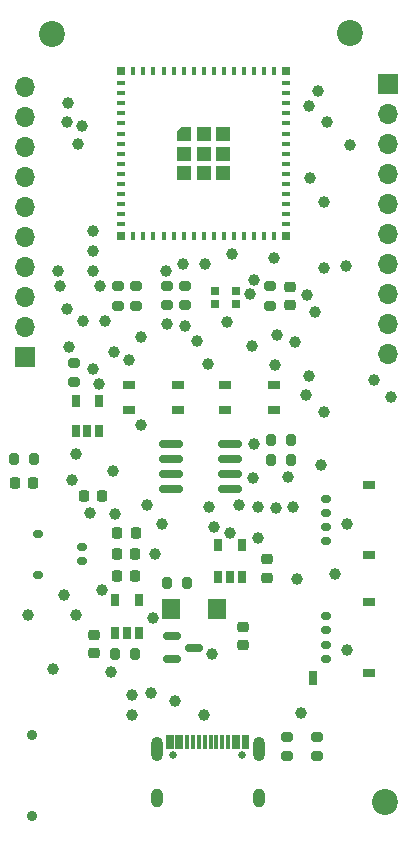
<source format=gbr>
%TF.GenerationSoftware,KiCad,Pcbnew,8.0.5-1.fc40*%
%TF.CreationDate,2024-10-05T09:08:47-05:00*%
%TF.ProjectId,PCB_ESP32,5043425f-4553-4503-9332-2e6b69636164,rev?*%
%TF.SameCoordinates,Original*%
%TF.FileFunction,Soldermask,Top*%
%TF.FilePolarity,Negative*%
%FSLAX46Y46*%
G04 Gerber Fmt 4.6, Leading zero omitted, Abs format (unit mm)*
G04 Created by KiCad (PCBNEW 8.0.5-1.fc40) date 2024-10-05 09:08:47*
%MOMM*%
%LPD*%
G01*
G04 APERTURE LIST*
G04 Aperture macros list*
%AMRoundRect*
0 Rectangle with rounded corners*
0 $1 Rounding radius*
0 $2 $3 $4 $5 $6 $7 $8 $9 X,Y pos of 4 corners*
0 Add a 4 corners polygon primitive as box body*
4,1,4,$2,$3,$4,$5,$6,$7,$8,$9,$2,$3,0*
0 Add four circle primitives for the rounded corners*
1,1,$1+$1,$2,$3*
1,1,$1+$1,$4,$5*
1,1,$1+$1,$6,$7*
1,1,$1+$1,$8,$9*
0 Add four rect primitives between the rounded corners*
20,1,$1+$1,$2,$3,$4,$5,0*
20,1,$1+$1,$4,$5,$6,$7,0*
20,1,$1+$1,$6,$7,$8,$9,0*
20,1,$1+$1,$8,$9,$2,$3,0*%
%AMOutline5P*
0 Free polygon, 5 corners , with rotation*
0 The origin of the aperture is its center*
0 number of corners: always 5*
0 $1 to $10 corner X, Y*
0 $11 Rotation angle, in degrees counterclockwise*
0 create outline with 5 corners*
4,1,5,$1,$2,$3,$4,$5,$6,$7,$8,$9,$10,$1,$2,$11*%
%AMOutline6P*
0 Free polygon, 6 corners , with rotation*
0 The origin of the aperture is its center*
0 number of corners: always 6*
0 $1 to $12 corner X, Y*
0 $13 Rotation angle, in degrees counterclockwise*
0 create outline with 6 corners*
4,1,6,$1,$2,$3,$4,$5,$6,$7,$8,$9,$10,$11,$12,$1,$2,$13*%
%AMOutline7P*
0 Free polygon, 7 corners , with rotation*
0 The origin of the aperture is its center*
0 number of corners: always 7*
0 $1 to $14 corner X, Y*
0 $15 Rotation angle, in degrees counterclockwise*
0 create outline with 7 corners*
4,1,7,$1,$2,$3,$4,$5,$6,$7,$8,$9,$10,$11,$12,$13,$14,$1,$2,$15*%
%AMOutline8P*
0 Free polygon, 8 corners , with rotation*
0 The origin of the aperture is its center*
0 number of corners: always 8*
0 $1 to $16 corner X, Y*
0 $17 Rotation angle, in degrees counterclockwise*
0 create outline with 8 corners*
4,1,8,$1,$2,$3,$4,$5,$6,$7,$8,$9,$10,$11,$12,$13,$14,$15,$16,$1,$2,$17*%
G04 Aperture macros list end*
%ADD10RoundRect,0.200000X-0.275000X0.200000X-0.275000X-0.200000X0.275000X-0.200000X0.275000X0.200000X0*%
%ADD11RoundRect,0.200000X0.275000X-0.200000X0.275000X0.200000X-0.275000X0.200000X-0.275000X-0.200000X0*%
%ADD12RoundRect,0.200000X-0.200000X-0.275000X0.200000X-0.275000X0.200000X0.275000X-0.200000X0.275000X0*%
%ADD13RoundRect,0.225000X0.250000X-0.225000X0.250000X0.225000X-0.250000X0.225000X-0.250000X-0.225000X0*%
%ADD14RoundRect,0.150000X-0.825000X-0.150000X0.825000X-0.150000X0.825000X0.150000X-0.825000X0.150000X0*%
%ADD15RoundRect,0.225000X-0.250000X0.225000X-0.250000X-0.225000X0.250000X-0.225000X0.250000X0.225000X0*%
%ADD16RoundRect,0.150000X0.275000X-0.150000X0.275000X0.150000X-0.275000X0.150000X-0.275000X-0.150000X0*%
%ADD17RoundRect,0.187500X0.362500X-0.187500X0.362500X0.187500X-0.362500X0.187500X-0.362500X-0.187500X0*%
%ADD18RoundRect,0.200000X0.200000X0.275000X-0.200000X0.275000X-0.200000X-0.275000X0.200000X-0.275000X0*%
%ADD19C,2.200000*%
%ADD20RoundRect,0.225000X0.225000X0.250000X-0.225000X0.250000X-0.225000X-0.250000X0.225000X-0.250000X0*%
%ADD21R,0.700000X0.700000*%
%ADD22R,0.700000X1.000000*%
%ADD23R,1.050000X0.650000*%
%ADD24RoundRect,0.175000X-0.225000X0.175000X-0.225000X-0.175000X0.225000X-0.175000X0.225000X0.175000X0*%
%ADD25RoundRect,0.150000X-0.275000X0.150000X-0.275000X-0.150000X0.275000X-0.150000X0.275000X0.150000X0*%
%ADD26R,1.555000X1.670000*%
%ADD27RoundRect,0.218750X0.218750X0.256250X-0.218750X0.256250X-0.218750X-0.256250X0.218750X-0.256250X0*%
%ADD28C,0.650000*%
%ADD29R,0.300000X1.150000*%
%ADD30O,1.000000X2.100000*%
%ADD31O,1.000000X1.600000*%
%ADD32RoundRect,0.150000X-0.587500X-0.150000X0.587500X-0.150000X0.587500X0.150000X-0.587500X0.150000X0*%
%ADD33R,0.800000X0.400000*%
%ADD34R,0.400000X0.800000*%
%ADD35Outline5P,-0.600000X0.204000X-0.204000X0.600000X0.600000X0.600000X0.600000X-0.600000X-0.600000X-0.600000X0.000000*%
%ADD36R,1.200000X1.200000*%
%ADD37R,0.800000X0.800000*%
%ADD38R,1.700000X1.700000*%
%ADD39O,1.700000X1.700000*%
%ADD40C,0.900000*%
%ADD41R,0.800000X1.200000*%
%ADD42C,1.000000*%
G04 APERTURE END LIST*
D10*
%TO.C,R10*%
X146740000Y-93200000D03*
X146740000Y-94850000D03*
%TD*%
D11*
%TO.C,R4*%
X159480000Y-133025000D03*
X159480000Y-131375000D03*
%TD*%
D12*
%TO.C,R2*%
X149355000Y-118320000D03*
X151005000Y-118320000D03*
%TD*%
D13*
%TO.C,C9*%
X159800000Y-94805000D03*
X159800000Y-93255000D03*
%TD*%
D14*
%TO.C,U4*%
X149705000Y-106615000D03*
X149705000Y-107885000D03*
X149705000Y-109155000D03*
X149705000Y-110425000D03*
X154655000Y-110425000D03*
X154655000Y-109155000D03*
X154655000Y-107885000D03*
X154655000Y-106615000D03*
%TD*%
D11*
%TO.C,R9*%
X145190000Y-94850000D03*
X145190000Y-93200000D03*
%TD*%
D15*
%TO.C,C7*%
X155780000Y-122045000D03*
X155780000Y-123595000D03*
%TD*%
D16*
%TO.C,J5*%
X162830000Y-124750000D03*
X162830000Y-123550000D03*
X162830000Y-122350000D03*
X162830000Y-121150000D03*
D17*
X166455000Y-125925000D03*
X166455000Y-119975000D03*
%TD*%
D15*
%TO.C,C6*%
X157780000Y-116345000D03*
X157780000Y-117895000D03*
%TD*%
D18*
%TO.C,R13*%
X138077500Y-107840000D03*
X136427500Y-107840000D03*
%TD*%
D19*
%TO.C,REF\u002A\u002A*%
X167790000Y-136870000D03*
%TD*%
D18*
%TO.C,R6*%
X159830000Y-107940000D03*
X158180000Y-107940000D03*
%TD*%
D11*
%TO.C,R7*%
X149330000Y-94845000D03*
X149330000Y-93195000D03*
%TD*%
D20*
%TO.C,C4*%
X146655000Y-115920000D03*
X145105000Y-115920000D03*
%TD*%
D21*
%TO.C,D1*%
X153385000Y-93610000D03*
X153385000Y-94710000D03*
X155215000Y-94710000D03*
X155215000Y-93610000D03*
%TD*%
D19*
%TO.C,REF\u002A\u002A*%
X164800000Y-71800000D03*
%TD*%
%TO.C,REF\u002A\u002A*%
X139600000Y-71900000D03*
%TD*%
D10*
%TO.C,R12*%
X141450000Y-99675000D03*
X141450000Y-101325000D03*
%TD*%
D18*
%TO.C,R5*%
X159830000Y-106240000D03*
X158180000Y-106240000D03*
%TD*%
D12*
%TO.C,R1*%
X144955000Y-124320000D03*
X146605000Y-124320000D03*
%TD*%
D10*
%TO.C,R11*%
X158100000Y-93205000D03*
X158100000Y-94855000D03*
%TD*%
D22*
%TO.C,U5*%
X141650000Y-105500000D03*
X142600000Y-105500000D03*
X143550000Y-105500000D03*
X143550000Y-102900000D03*
X141650000Y-102900000D03*
%TD*%
D20*
%TO.C,C3*%
X146655000Y-117720000D03*
X145105000Y-117720000D03*
%TD*%
%TO.C,C10*%
X143845000Y-110960000D03*
X142295000Y-110960000D03*
%TD*%
D22*
%TO.C,U3*%
X153680000Y-117870000D03*
X154680000Y-117870000D03*
X155680000Y-117870000D03*
X155680000Y-115120000D03*
X153680000Y-115120000D03*
%TD*%
D23*
%TO.C,SW3*%
X154215000Y-101545000D03*
X158365000Y-101545000D03*
X154215000Y-103695000D03*
X158365000Y-103695000D03*
%TD*%
D15*
%TO.C,C1*%
X143180000Y-122745000D03*
X143180000Y-124295000D03*
%TD*%
D10*
%TO.C,R3*%
X162080000Y-131375000D03*
X162080000Y-133025000D03*
%TD*%
D20*
%TO.C,C5*%
X146680000Y-114120000D03*
X145130000Y-114120000D03*
%TD*%
D24*
%TO.C,J7*%
X138405000Y-114170000D03*
X138405000Y-117670000D03*
D25*
X142180000Y-115320000D03*
X142180000Y-116520000D03*
%TD*%
D26*
%TO.C,D2*%
X153580000Y-120520000D03*
X149680000Y-120520000D03*
%TD*%
D10*
%TO.C,R8*%
X150900000Y-93195000D03*
X150900000Y-94845000D03*
%TD*%
D16*
%TO.C,J6*%
X162830000Y-114820000D03*
X162830000Y-113620000D03*
X162830000Y-112420000D03*
X162830000Y-111220000D03*
D17*
X166455000Y-115995000D03*
X166455000Y-110045000D03*
%TD*%
D27*
%TO.C,D3*%
X138040000Y-109840000D03*
X136465000Y-109840000D03*
%TD*%
D28*
%TO.C,J2*%
X149890000Y-132895000D03*
X155670000Y-132895000D03*
D29*
X149430000Y-131830000D03*
X150230000Y-131830000D03*
X151530000Y-131830000D03*
X152530000Y-131830000D03*
X153030000Y-131830000D03*
X154030000Y-131830000D03*
X155330000Y-131830000D03*
X156130000Y-131830000D03*
X155830000Y-131830000D03*
X155030000Y-131830000D03*
X154530000Y-131830000D03*
X153530000Y-131830000D03*
X152030000Y-131830000D03*
X151030000Y-131830000D03*
X150530000Y-131830000D03*
X149730000Y-131830000D03*
D30*
X148460000Y-132395000D03*
D31*
X148460000Y-136575000D03*
D30*
X157100000Y-132395000D03*
D31*
X157100000Y-136575000D03*
%TD*%
D32*
%TO.C,Q1*%
X149742500Y-122870000D03*
X149742500Y-124770000D03*
X151617500Y-123820000D03*
%TD*%
D23*
%TO.C,SW2*%
X146140000Y-101545000D03*
X150290000Y-101545000D03*
X146140000Y-103695000D03*
X150290000Y-103695000D03*
%TD*%
D33*
%TO.C,U1*%
X145450000Y-76035000D03*
X145450000Y-76885000D03*
X145450000Y-77735000D03*
X145450000Y-78585000D03*
X145450000Y-79435000D03*
X145450000Y-80285000D03*
X145450000Y-81135000D03*
X145450000Y-81985000D03*
X145450000Y-82835000D03*
X145450000Y-83685000D03*
X145450000Y-84535000D03*
X145450000Y-85385000D03*
X145450000Y-86235000D03*
X145450000Y-87085000D03*
X145450000Y-87935000D03*
D34*
X146500000Y-88985000D03*
X147350000Y-88985000D03*
X148200000Y-88985000D03*
X149050000Y-88985000D03*
X149900000Y-88985000D03*
X150750000Y-88985000D03*
X151600000Y-88985000D03*
X152450000Y-88985000D03*
X153300000Y-88985000D03*
X154150000Y-88985000D03*
X155000000Y-88985000D03*
X155850000Y-88985000D03*
X156700000Y-88985000D03*
X157550000Y-88985000D03*
X158400000Y-88985000D03*
D33*
X159450000Y-87935000D03*
X159450000Y-87085000D03*
X159450000Y-86235000D03*
X159450000Y-85385000D03*
X159450000Y-84535000D03*
X159450000Y-83685000D03*
X159450000Y-82835000D03*
X159450000Y-81985000D03*
X159450000Y-81135000D03*
X159450000Y-80285000D03*
X159450000Y-79435000D03*
X159450000Y-78585000D03*
X159450000Y-77735000D03*
X159450000Y-76885000D03*
X159450000Y-76035000D03*
D34*
X155000000Y-74985000D03*
X154150000Y-74985000D03*
X153300000Y-74985000D03*
X152450000Y-74985000D03*
X151600000Y-74985000D03*
X150750000Y-74985000D03*
X149900000Y-74985000D03*
X149050000Y-74985000D03*
X148200000Y-74985000D03*
X147350000Y-74985000D03*
X146500000Y-74985000D03*
D35*
X150800000Y-80335000D03*
D36*
X150800000Y-81985000D03*
X150800000Y-83635000D03*
X152450000Y-80335000D03*
X152450000Y-81985000D03*
X152450000Y-83635000D03*
X154100000Y-80335000D03*
X154100000Y-81985000D03*
X154100000Y-83635000D03*
D37*
X145450000Y-74985000D03*
X145450000Y-88985000D03*
D34*
X155850000Y-74985000D03*
X156700000Y-74985000D03*
X157550000Y-74985000D03*
X158400000Y-74985000D03*
D37*
X159450000Y-74985000D03*
X159450000Y-88985000D03*
%TD*%
D22*
%TO.C,U2*%
X144980000Y-122570000D03*
X145980000Y-122570000D03*
X146980000Y-122570000D03*
X146980000Y-119820000D03*
X144980000Y-119820000D03*
%TD*%
D38*
%TO.C,J3*%
X168030000Y-76105000D03*
D39*
X168030000Y-78645000D03*
X168030000Y-81185000D03*
X168030000Y-83725000D03*
X168030000Y-86265000D03*
X168030000Y-88805000D03*
X168030000Y-91345000D03*
X168030000Y-93885000D03*
X168030000Y-96425000D03*
X168030000Y-98965000D03*
%TD*%
D40*
%TO.C,SW1*%
X137930000Y-138040000D03*
X137930000Y-131240000D03*
%TD*%
D41*
%TO.C,J1*%
X161680000Y-126420000D03*
%TD*%
D38*
%TO.C,J4*%
X137290000Y-99215000D03*
D39*
X137290000Y-96675000D03*
X137290000Y-94135000D03*
X137290000Y-91595000D03*
X137290000Y-89055000D03*
X137290000Y-86515000D03*
X137290000Y-83975000D03*
X137290000Y-81435000D03*
X137290000Y-78895000D03*
X137290000Y-76355000D03*
%TD*%
D42*
X156645000Y-109445000D03*
X157080000Y-111920000D03*
X152925000Y-111875000D03*
X148000000Y-127690000D03*
X147120000Y-97490000D03*
X150900000Y-96610000D03*
X160170000Y-97960000D03*
X148930000Y-113360000D03*
X144930000Y-112470000D03*
X162410000Y-108340000D03*
X143880000Y-118945000D03*
X160680000Y-129380000D03*
X142810000Y-112440000D03*
X156680000Y-92650000D03*
X149300000Y-91900000D03*
X144585000Y-125835000D03*
X154460000Y-96210000D03*
X141060000Y-98350000D03*
X158530000Y-99880000D03*
X156510000Y-98280000D03*
X144120000Y-96130000D03*
X140940000Y-77700000D03*
X142200000Y-96140000D03*
X147110000Y-104990000D03*
X153350000Y-113570000D03*
X148330000Y-115920000D03*
X160320000Y-118040000D03*
X161220000Y-93930000D03*
X161360000Y-100780000D03*
X155450000Y-111710000D03*
X157040000Y-114530000D03*
X164580000Y-113320000D03*
X162100000Y-76700000D03*
X164860000Y-81220000D03*
X168270000Y-102590000D03*
X166830000Y-101180000D03*
X137550000Y-121030000D03*
X140920000Y-95170000D03*
X143120000Y-100210000D03*
X161460000Y-84080000D03*
X156400000Y-93880000D03*
X149330000Y-96430000D03*
X151850000Y-97840000D03*
X158660000Y-97310000D03*
X141620000Y-121040000D03*
X146120000Y-99480000D03*
X144760000Y-108870000D03*
X147680000Y-111770000D03*
X148180000Y-121320000D03*
X143550000Y-101530000D03*
X141290000Y-109620000D03*
X141630000Y-107380000D03*
X164460000Y-91480000D03*
X161340000Y-77980000D03*
X154820000Y-90520000D03*
X162600000Y-91640000D03*
X158400000Y-90830000D03*
X162890000Y-79310000D03*
X143110000Y-91920000D03*
X152460000Y-129480000D03*
X140090000Y-91900000D03*
X139690000Y-125600000D03*
X152530000Y-91330000D03*
X146350000Y-129480000D03*
X146360000Y-127810000D03*
X143630000Y-93190000D03*
X150710000Y-91300000D03*
X140630000Y-119350000D03*
X150020000Y-128360000D03*
X140280000Y-93210000D03*
X161130000Y-102410000D03*
X156670000Y-106615000D03*
X158580000Y-112020000D03*
X164580000Y-124020000D03*
X163580000Y-117610000D03*
X161910000Y-95370000D03*
X159980000Y-111890000D03*
X162620000Y-103870000D03*
X159580000Y-109340000D03*
X162610000Y-86070000D03*
X153120000Y-124330000D03*
X141770000Y-81170000D03*
X143040000Y-88527002D03*
X142170000Y-79630000D03*
X143060000Y-90250000D03*
X152840000Y-99760000D03*
X154670000Y-114130000D03*
X144860000Y-98810000D03*
X140860000Y-79290000D03*
M02*

</source>
